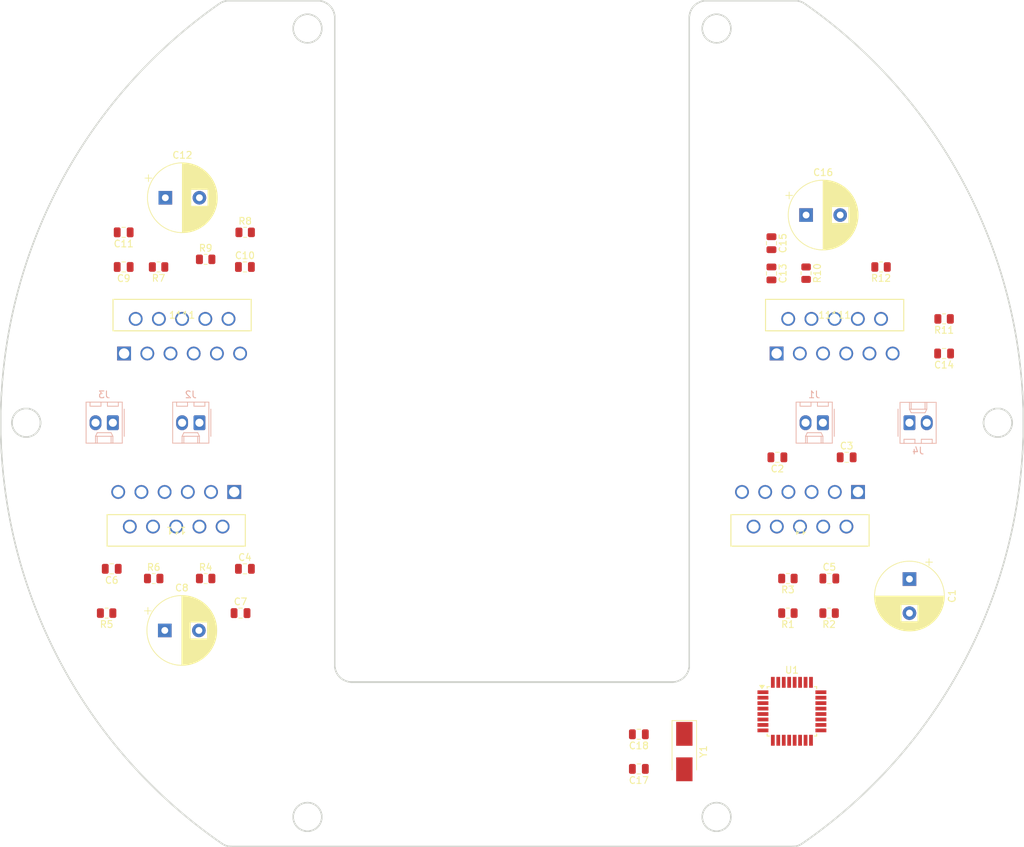
<source format=kicad_pcb>
(kicad_pcb (version 20221018) (generator pcbnew)
  (layers (0 "F.Cu" signal) (31 "B.Cu" signal) (34 "B.Paste" user) (35 "F.Paste" user) (36 "B.SilkS" user "B.Silkscreen") (37 "F.SilkS" user "F.Silkscreen") (38 "B.Mask" user) (39 "F.Mask" user) (44 "Edge.Cuts" user))
  (net 0 "")
  (net 5 "Net-(11-BS_2)")
  (net 6 "Net-(11-OUT_2)")
  (net 7 "Net-(11-I_SEN)")
  (net 8 "Earth")
  (net 9 "+12V")
  (net 10 "Net-(11-OUT_1)")
  (net 11 "Net-(11-BS_1)")
  (net 12 "Net-(111-BS_1)")
  (net 13 "Net-(111-OUT_1)")
  (net 17 "Net-(111-I_SEN)")
  (net 19 "Net-(111-OUT_2)")
  (net 20 "Net-(111-BS_2)")
  (net 21 "Net-(1111-BS_1)")
  (net 22 "Net-(1111-OUT_1)")
  (net 26 "Net-(1111-I_SEN)")
  (net 28 "Net-(1111-OUT_2)")
  (net 29 "Net-(1111-BS_2)")
  (net 30 "Net-(11111-BS_1)")
  (net 31 "Net-(11111-OUT_1)")
  (net 35 "Net-(11111-I_SEN)")
  (net 37 "Net-(11111-OUT_2)")
  (net 38 "Net-(11111-BS_2)")
  (net 41 "Net-(U1-GND-Pad21)")
  (net 42 "Net-(U1-VCC-Pad4)")
  (net 66 "Net-(U1-XTAL2{slash}PB7)")
  (net 67 "Net-(U1-XTAL1{slash}PB6)")
  (footprint "Capacitor_SMD:C_0805_2012Metric" (layer "F.Cu") (at 193.12 70.17 -90)
    (fp_text reference "C15" (at 0 -1.68 90) (layer "F.SilkS"))
    (fp_text value "1uF")
    (pad "1" smd roundrect (at -0.95 0 270) (size 1 1.45) (layers "F.Cu" "F.Paste" "F.Mask") (net 8 "Earth"))
    (pad "2" smd roundrect (at 0.95 0 270) (size 1 1.45) (layers "F.Cu" "F.Paste" "F.Mask") (net 9 "+12V"))
  )
  (footprint "Capacitor_SMD:C_0805_2012Metric" (layer "F.Cu") (at 218.44 86.36 180)
    (fp_text reference "C14" (at 0 -1.68) (layer "F.SilkS"))
    (fp_text value "10nF")
    (pad "1" smd roundrect (at -0.95 0 180) (size 1 1.45) (layers "F.Cu" "F.Paste" "F.Mask") (net 37 "Net-(11111-OUT_2)"))
    (pad "2" smd roundrect (at 0.95 0 180) (size 1 1.45) (layers "F.Cu" "F.Paste" "F.Mask") (net 38 "Net-(11111-BS_2)"))
  )
  (footprint "footprints:TA11B" (layer "F.Cu") (at 97.3074 117.9576 180)
    (fp_text reference "111" (at -8.509 5.6388 180 unlocked) (layer "F.SilkS"))
    (fp_text value "LMD18200T/LF14")
    (pad "1" thru_hole rect (at -17.018 11.2776 180) (size 2.032 2.032) (drill 1.524) (layers "*.Cu" "*.Mask") (net 12 "Net-(111-BS_1)"))
    (pad "2" thru_hole circle (at -15.3162 6.1976 180) (size 2.032 2.032) (drill 1.524) (layers "*.Cu" "*.Mask") (net 13 "Net-(111-OUT_1)"))
    (pad "3" thru_hole circle (at -13.6144 11.2776 180) (size 2.032 2.032) (drill 1.524) (layers "*.Cu" "*.Mask"))
    (pad "4" thru_hole circle (at -11.9126 6.1976 180) (size 2.032 2.032) (drill 1.524) (layers "*.Cu" "*.Mask"))
    (pad "5" thru_hole circle (at -10.2108 11.2776 180) (size 2.032 2.032) (drill 1.524) (layers "*.Cu" "*.Mask"))
    (pad "6" thru_hole circle (at -8.509 6.1976 180) (size 2.032 2.032) (drill 1.524) (layers "*.Cu" "*.Mask") (net 9 "+12V"))
    (pad "7" thru_hole circle (at -6.8072 11.2776 180) (size 2.032 2.032) (drill 1.524) (layers "*.Cu" "*.Mask") (net 8 "Earth"))
    (pad "8" thru_hole circle (at -5.1054 6.1976 180) (size 2.032 2.032) (drill 1.524) (layers "*.Cu" "*.Mask") (net 17 "Net-(111-I_SEN)"))
    (pad "9" thru_hole circle (at -3.4036 11.2776 180) (size 2.032 2.032) (drill 1.524) (layers "*.Cu" "*.Mask"))
    (pad "10" thru_hole circle (at -1.7018 6.1976 180) (size 2.032 2.032) (drill 1.524) (layers "*.Cu" "*.Mask") (net 19 "Net-(111-OUT_2)"))
    (pad "11" thru_hole circle (at 0 11.2776 180) (size 2.032 2.032) (drill 1.524) (layers "*.Cu" "*.Mask") (net 20 "Net-(111-BS_2)"))
  )
  (footprint "Resistor_SMD:R_0805_2012Metric" (layer "F.Cu") (at 198.2 74.5725 -90)
    (fp_text reference "R10" (at 0 -1.65 90) (layer "F.SilkS"))
    (fp_text value "12")
    (pad "1" smd roundrect (at -0.9125 0 270) (size 1.025 1.4) (layers "F.Cu" "F.Paste" "F.Mask") (roundrect_rratio 0.243902) (net 9 "+12V"))
    (pad "2" smd roundrect (at 0.9125 0 270) (size 1.025 1.4) (layers "F.Cu" "F.Paste" "F.Mask") (roundrect_rratio 0.243902) (net 31 "Net-(11111-OUT_1)"))
  )
  (footprint "Resistor_SMD:R_0805_2012Metric" (layer "F.Cu") (at 95.6075 124.46 180)
    (fp_text reference "R5" (at 0 -1.65) (layer "F.SilkS"))
    (fp_text value "12")
    (pad "1" smd roundrect (at -0.9125 0 180) (size 1.025 1.4) (layers "F.Cu" "F.Paste" "F.Mask") (roundrect_rratio 0.243902) (net 8 "Earth"))
    (pad "2" smd roundrect (at 0.9125 0 180) (size 1.025 1.4) (layers "F.Cu" "F.Paste" "F.Mask") (roundrect_rratio 0.243902) (net 19 "Net-(111-OUT_2)"))
  )
  (footprint "Capacitor_SMD:C_0805_2012Metric" (layer "F.Cu") (at 98.11 68.58 180)
    (fp_text reference "C11" (at 0 -1.68) (layer "F.SilkS"))
    (fp_text value "1uF")
    (pad "1" smd roundrect (at -0.95 0 180) (size 1 1.45) (layers "F.Cu" "F.Paste" "F.Mask") (net 8 "Earth"))
    (pad "2" smd roundrect (at 0.95 0 180) (size 1 1.45) (layers "F.Cu" "F.Paste" "F.Mask") (net 9 "+12V"))
  )
  (footprint "Capacitor_SMD:C_0805_2012Metric" (layer "F.Cu") (at 98.11 73.66 180)
    (fp_text reference "C9" (at 0 -1.68) (layer "F.SilkS"))
    (fp_text value "10nF")
    (pad "1" smd roundrect (at -0.95 0 180) (size 1 1.45) (layers "F.Cu" "F.Paste" "F.Mask") (net 22 "Net-(1111-OUT_1)"))
    (pad "2" smd roundrect (at 0.95 0 180) (size 1 1.45) (layers "F.Cu" "F.Paste" "F.Mask") (net 21 "Net-(1111-BS_1)"))
  )
  (footprint "Resistor_SMD:R_0805_2012Metric" (layer "F.Cu") (at 102.5125 119.38)
    (fp_text reference "R6" (at 0 -1.65) (layer "F.SilkS"))
    (fp_text value "2.7k")
    (pad "1" smd roundrect (at -0.9125 0) (size 1.025 1.4) (layers "F.Cu" "F.Paste" "F.Mask") (roundrect_rratio 0.243902) (net 8 "Earth"))
    (pad "2" smd roundrect (at 0.9125 0) (size 1.025 1.4) (layers "F.Cu" "F.Paste" "F.Mask") (roundrect_rratio 0.243902) (net 17 "Net-(111-I_SEN)"))
  )
  (footprint "Resistor_SMD:R_0805_2012Metric" (layer "F.Cu") (at 115.9275 68.58)
    (fp_text reference "R8" (at 0 -1.65) (layer "F.SilkS"))
    (fp_text value "12")
    (pad "1" smd roundrect (at -0.9125 0) (size 1.025 1.4) (layers "F.Cu" "F.Paste" "F.Mask") (roundrect_rratio 0.243902) (net 8 "Earth"))
    (pad "2" smd roundrect (at 0.9125 0) (size 1.025 1.4) (layers "F.Cu" "F.Paste" "F.Mask") (roundrect_rratio 0.243902) (net 28 "Net-(1111-OUT_2)"))
  )
  (footprint "Resistor_SMD:R_0805_2012Metric" (layer "F.Cu") (at 209.1925 73.66 180)
    (fp_text reference "R12" (at 0 -1.65) (layer "F.SilkS"))
    (fp_text value "2.7k")
    (pad "1" smd roundrect (at -0.9125 0 180) (size 1.025 1.4) (layers "F.Cu" "F.Paste" "F.Mask") (roundrect_rratio 0.243902) (net 8 "Earth"))
    (pad "2" smd roundrect (at 0.9125 0 180) (size 1.025 1.4) (layers "F.Cu" "F.Paste" "F.Mask") (roundrect_rratio 0.243902) (net 35 "Net-(11111-I_SEN)"))
  )
  (footprint "Capacitor_SMD:C_0805_2012Metric" (layer "F.Cu") (at 96.3574 117.9576 180)
    (fp_text reference "C6" (at 0 -1.68) (layer "F.SilkS"))
    (fp_text value "10nF")
    (pad "1" smd roundrect (at -0.95 0 180) (size 1 1.45) (layers "F.Cu" "F.Paste" "F.Mask") (net 19 "Net-(111-OUT_2)"))
    (pad "2" smd roundrect (at 0.95 0 180) (size 1 1.45) (layers "F.Cu" "F.Paste" "F.Mask") (net 20 "Net-(111-BS_2)"))
  )
  (footprint "Capacitor_SMD:C_0805_2012Metric" (layer "F.Cu") (at 173.67 147.32 180)
    (fp_text reference "C17" (at 0 -1.68) (layer "F.SilkS"))
    (fp_text value "22pF")
    (pad "1" smd roundrect (at -0.95 0 180) (size 1 1.45) (layers "F.Cu" "F.Paste" "F.Mask") (net 66 "Net-(U1-XTAL2{slash}PB7)"))
    (pad "2" smd roundrect (at 0.95 0 180) (size 1 1.45) (layers "F.Cu" "F.Paste" "F.Mask") (net 8 "Earth"))
  )
  (footprint "Resistor_SMD:R_0805_2012Metric" (layer "F.Cu") (at 195.5311 119.38 180)
    (fp_text reference "R3" (at 0 -1.65) (layer "F.SilkS"))
    (fp_text value "2.7k")
    (pad "1" smd roundrect (at -0.9125 0 180) (size 1.025 1.4) (layers "F.Cu" "F.Paste" "F.Mask") (roundrect_rratio 0.243902) (net 8 "Earth"))
    (pad "2" smd roundrect (at 0.9125 0 180) (size 1.025 1.4) (layers "F.Cu" "F.Paste" "F.Mask") (roundrect_rratio 0.243902) (net 7 "Net-(11-I_SEN)"))
  )
  (footprint "footprints:TA11B" (layer "F.Cu") (at 115.189 75.0824)
    (fp_text reference "1111" (at -8.509 5.6388 unlocked) (layer "F.SilkS"))
    (fp_text value "LMD18200T/LF14")
    (pad "1" thru_hole rect (at -17.018 11.2776) (size 2.032 2.032) (drill 1.524) (layers "*.Cu" "*.Mask") (net 21 "Net-(1111-BS_1)"))
    (pad "2" thru_hole circle (at -15.3162 6.1976) (size 2.032 2.032) (drill 1.524) (layers "*.Cu" "*.Mask") (net 22 "Net-(1111-OUT_1)"))
    (pad "3" thru_hole circle (at -13.6144 11.2776) (size 2.032 2.032) (drill 1.524) (layers "*.Cu" "*.Mask"))
    (pad "4" thru_hole circle (at -11.9126 6.1976) (size 2.032 2.032) (drill 1.524) (layers "*.Cu" "*.Mask"))
    (pad "5" thru_hole circle (at -10.2108 11.2776) (size 2.032 2.032) (drill 1.524) (layers "*.Cu" "*.Mask"))
    (pad "6" thru_hole circle (at -8.509 6.1976) (size 2.032 2.032) (drill 1.524) (layers "*.Cu" "*.Mask") (net 9 "+12V"))
    (pad "7" thru_hole circle (at -6.8072 11.2776) (size 2.032 2.032) (drill 1.524) (layers "*.Cu" "*.Mask") (net 8 "Earth"))
    (pad "8" thru_hole circle (at -5.1054 6.1976) (size 2.032 2.032) (drill 1.524) (layers "*.Cu" "*.Mask") (net 26 "Net-(1111-I_SEN)"))
    (pad "9" thru_hole circle (at -3.4036 11.2776) (size 2.032 2.032) (drill 1.524) (layers "*.Cu" "*.Mask"))
    (pad "10" thru_hole circle (at -1.7018 6.1976) (size 2.032 2.032) (drill 1.524) (layers "*.Cu" "*.Mask") (net 28 "Net-(1111-OUT_2)"))
    (pad "11" thru_hole circle (at 0 11.2776) (size 2.032 2.032) (drill 1.524) (layers "*.Cu" "*.Mask") (net 29 "Net-(1111-BS_2)"))
  )
  (footprint "Resistor_SMD:R_0805_2012Metric" (layer "F.Cu") (at 110.1325 72.5424)
    (fp_text reference "R9" (at 0 -1.65) (layer "F.SilkS"))
    (fp_text value "2.7k")
    (pad "1" smd roundrect (at -0.9125 0) (size 1.025 1.4) (layers "F.Cu" "F.Paste" "F.Mask") (roundrect_rratio 0.243902) (net 8 "Earth"))
    (pad "2" smd roundrect (at 0.9125 0) (size 1.025 1.4) (layers "F.Cu" "F.Paste" "F.Mask") (roundrect_rratio 0.243902) (net 26 "Net-(1111-I_SEN)"))
  )
  (footprint "footprints:TA11B" (layer "F.Cu") (at 188.7982 117.9576 180)
    (fp_text reference "11" (at -8.509 5.6388 180 unlocked) (layer "F.SilkS"))
    (fp_text value "LMD18200T/LF14")
    (pad "1" thru_hole rect (at -17.018 11.2776 180) (size 2.032 2.032) (drill 1.524) (layers "*.Cu" "*.Mask") (net 11 "Net-(11-BS_1)"))
    (pad "2" thru_hole circle (at -15.3162 6.1976 180) (size 2.032 2.032) (drill 1.524) (layers "*.Cu" "*.Mask") (net 10 "Net-(11-OUT_1)"))
    (pad "3" thru_hole circle (at -13.6144 11.2776 180) (size 2.032 2.032) (drill 1.524) (layers "*.Cu" "*.Mask"))
    (pad "4" thru_hole circle (at -11.9126 6.1976 180) (size 2.032 2.032) (drill 1.524) (layers "*.Cu" "*.Mask"))
    (pad "5" thru_hole circle (at -10.2108 11.2776 180) (size 2.032 2.032) (drill 1.524) (layers "*.Cu" "*.Mask"))
    (pad "6" thru_hole circle (at -8.509 6.1976 180) (size 2.032 2.032) (drill 1.524) (layers "*.Cu" "*.Mask") (net 9 "+12V"))
    (pad "7" thru_hole circle (at -6.8072 11.2776 180) (size 2.032 2.032) (drill 1.524) (layers "*.Cu" "*.Mask") (net 8 "Earth"))
    (pad "8" thru_hole circle (at -5.1054 6.1976 180) (size 2.032 2.032) (drill 1.524) (layers "*.Cu" "*.Mask") (net 7 "Net-(11-I_SEN)"))
    (pad "9" thru_hole circle (at -3.4036 11.2776 180) (size 2.032 2.032) (drill 1.524) (layers "*.Cu" "*.Mask"))
    (pad "10" thru_hole circle (at -1.7018 6.1976 180) (size 2.032 2.032) (drill 1.524) (layers "*.Cu" "*.Mask") (net 6 "Net-(11-OUT_2)"))
    (pad "11" thru_hole circle (at 0 11.2776 180) (size 2.032 2.032) (drill 1.524) (layers "*.Cu" "*.Mask") (net 5 "Net-(11-BS_2)"))
  )
  (footprint "Resistor_SMD:R_0805_2012Metric" (layer "F.Cu") (at 110.1325 119.38)
    (fp_text reference "R4" (at 0 -1.65) (layer "F.SilkS"))
    (fp_text value "12")
    (pad "1" smd roundrect (at -0.9125 0) (size 1.025 1.4) (layers "F.Cu" "F.Paste" "F.Mask") (roundrect_rratio 0.243902) (net 9 "+12V"))
    (pad "2" smd roundrect (at 0.9125 0) (size 1.025 1.4) (layers "F.Cu" "F.Paste" "F.Mask") (roundrect_rratio 0.243902) (net 13 "Net-(111-OUT_1)"))
  )
  (footprint "Crystal:Crystal_SMD_5032-2Pin_5.0x3.2mm_HandSoldering" (layer "F.Cu") (at 180.34 144.78 -90)
    (fp_text reference "Y1" (at 0 -2.8 90) (layer "F.SilkS"))
    (fp_text value "Crystal")
    (pad "1" smd rect (at -2.6 0 270) (size 3.5 2.4) (layers "F.Cu" "F.Paste" "F.Mask") (net 67 "Net-(U1-XTAL1{slash}PB6)"))
    (pad "2" smd rect (at 2.6 0 270) (size 3.5 2.4) (layers "F.Cu" "F.Paste" "F.Mask") (net 66 "Net-(U1-XTAL2{slash}PB7)"))
  )
  (footprint "Capacitor_THT:CP_Radial_D10.0mm_P5.00mm" (layer "F.Cu") (at 104.22 63.5)
    (fp_text reference "C12" (at 2.5 -6.25) (layer "F.SilkS"))
    (fp_text value "1200uF")
    (pad "1" thru_hole rect (at 0 0) (size 2 2) (drill 1) (layers "*.Cu" "*.Mask") (net 9 "+12V"))
    (pad "2" thru_hole circle (at 5 0) (size 2 2) (drill 1) (layers "*.Cu" "*.Mask") (net 8 "Earth"))
  )
  (footprint "Capacitor_SMD:C_0805_2012Metric" (layer "F.Cu") (at 193.99 101.6 180)
    (fp_text reference "C2" (at 0 -1.68) (layer "F.SilkS"))
    (fp_text value "10nF")
    (pad "1" smd roundrect (at -0.95 0 180) (size 1 1.45) (layers "F.Cu" "F.Paste" "F.Mask") (net 6 "Net-(11-OUT_2)"))
    (pad "2" smd roundrect (at 0.95 0 180) (size 1 1.45) (layers "F.Cu" "F.Paste" "F.Mask") (net 5 "Net-(11-BS_2)"))
  )
  (footprint "Capacitor_SMD:C_0805_2012Metric" (layer "F.Cu") (at 201.61 119.38)
    (fp_text reference "C5" (at 0 -1.68) (layer "F.SilkS"))
    (fp_text value "1uF")
    (pad "1" smd roundrect (at -0.95 0) (size 1 1.45) (layers "F.Cu" "F.Paste" "F.Mask") (net 8 "Earth"))
    (pad "2" smd roundrect (at 0.95 0) (size 1 1.45) (layers "F.Cu" "F.Paste" "F.Mask") (net 9 "+12V"))
  )
  (footprint "Capacitor_SMD:C_0805_2012Metric" (layer "F.Cu") (at 204.15 101.6)
    (fp_text reference "C3" (at 0 -1.68) (layer "F.SilkS"))
    (fp_text value "10nF")
    (pad "1" smd roundrect (at -0.95 0) (size 1 1.45) (layers "F.Cu" "F.Paste" "F.Mask") (net 10 "Net-(11-OUT_1)"))
    (pad "2" smd roundrect (at 0.95 0) (size 1 1.45) (layers "F.Cu" "F.Paste" "F.Mask") (net 11 "Net-(11-BS_1)"))
  )
  (footprint "Capacitor_THT:CP_Radial_D10.0mm_P5.00mm" (layer "F.Cu") (at 104.14 127)
    (fp_text reference "C8" (at 2.5 -6.25) (layer "F.SilkS"))
    (fp_text value "1200uF")
    (pad "1" thru_hole rect (at 0 0) (size 2 2) (drill 1) (layers "*.Cu" "*.Mask") (net 9 "+12V"))
    (pad "2" thru_hole circle (at 5 0) (size 2 2) (drill 1) (layers "*.Cu" "*.Mask") (net 8 "Earth"))
  )
  (footprint "Resistor_SMD:R_0805_2012Metric" (layer "F.Cu") (at 103.2275 73.66 180)
    (fp_text reference "R7" (at 0 -1.65) (layer "F.SilkS"))
    (fp_text value "12")
    (pad "1" smd roundrect (at -0.9125 0 180) (size 1.025 1.4) (layers "F.Cu" "F.Paste" "F.Mask") (roundrect_rratio 0.243902) (net 9 "+12V"))
    (pad "2" smd roundrect (at 0.9125 0 180) (size 1.025 1.4) (layers "F.Cu" "F.Paste" "F.Mask") (roundrect_rratio 0.243902) (net 22 "Net-(1111-OUT_1)"))
  )
  (footprint "Resistor_SMD:R_0805_2012Metric" (layer "F.Cu") (at 201.5725 124.46 180)
    (fp_text reference "R2" (at 0 -1.65) (layer "F.SilkS"))
    (fp_text value "12")
    (pad "1" smd roundrect (at -0.9125 0 180) (size 1.025 1.4) (layers "F.Cu" "F.Paste" "F.Mask") (roundrect_rratio 0.243902) (net 9 "+12V"))
    (pad "2" smd roundrect (at 0.9125 0 180) (size 1.025 1.4) (layers "F.Cu" "F.Paste" "F.Mask") (roundrect_rratio 0.243902) (net 10 "Net-(11-OUT_1)"))
  )
  (footprint "Capacitor_SMD:C_0805_2012Metric" (layer "F.Cu") (at 173.67 142.24 180)
    (fp_text reference "C18" (at 0 -1.68) (layer "F.SilkS"))
    (fp_text value "22pF")
    (pad "1" smd roundrect (at -0.95 0 180) (size 1 1.45) (layers "F.Cu" "F.Paste" "F.Mask") (net 67 "Net-(U1-XTAL1{slash}PB6)"))
    (pad "2" smd roundrect (at 0.95 0 180) (size 1 1.45) (layers "F.Cu" "F.Paste" "F.Mask") (net 8 "Earth"))
  )
  (footprint "Capacitor_THT:CP_Radial_D10.0mm_P5.00mm" (layer "F.Cu") (at 198.2 66.04)
    (fp_text reference "C16" (at 2.5 -6.25) (layer "F.SilkS"))
    (fp_text value "1200uF")
    (pad "1" thru_hole rect (at 0 0) (size 2 2) (drill 1) (layers "*.Cu" "*.Mask") (net 9 "+12V"))
    (pad "2" thru_hole circle (at 5 0) (size 2 2) (drill 1) (layers "*.Cu" "*.Mask") (net 8 "Earth"))
  )
  (footprint "Capacitor_SMD:C_0805_2012Metric" (layer "F.Cu") (at 193.12 74.61 -90)
    (fp_text reference "C13" (at 0 -1.68 90) (layer "F.SilkS"))
    (fp_text value "10nF")
    (pad "1" smd roundrect (at -0.95 0 270) (size 1 1.45) (layers "F.Cu" "F.Paste" "F.Mask") (net 31 "Net-(11111-OUT_1)"))
    (pad "2" smd roundrect (at 0.95 0 270) (size 1 1.45) (layers "F.Cu" "F.Paste" "F.Mask") (net 30 "Net-(11111-BS_1)"))
  )
  (footprint "Resistor_SMD:R_0805_2012Metric" (layer "F.Cu") (at 195.5311 124.46 180)
    (fp_text reference "R1" (at 0 -1.65) (layer "F.SilkS"))
    (fp_text value "12")
    (pad "1" smd roundrect (at -0.9125 0 180) (size 1.025 1.4) (layers "F.Cu" "F.Paste" "F.Mask") (roundrect_rratio 0.243902) (net 8 "Earth"))
    (pad "2" smd roundrect (at 0.9125 0 180) (size 1.025 1.4) (layers "F.Cu" "F.Paste" "F.Mask") (roundrect_rratio 0.243902) (net 6 "Net-(11-OUT_2)"))
  )
  (footprint "Capacitor_SMD:C_0805_2012Metric" (layer "F.Cu") (at 115.25 124.46)
    (fp_text reference "C7" (at 0 -1.68) (layer "F.SilkS"))
    (fp_text value "1uF")
    (pad "1" smd roundrect (at -0.95 0) (size 1 1.45) (layers "F.Cu" "F.Paste" "F.Mask") (net 8 "Earth"))
    (pad "2" smd roundrect (at 0.95 0) (size 1 1.45) (layers "F.Cu" "F.Paste" "F.Mask") (net 9 "+12V"))
  )
  (footprint "Resistor_SMD:R_0805_2012Metric" (layer "F.Cu") (at 218.44 81.28 180)
    (fp_text reference "R11" (at 0 -1.65) (layer "F.SilkS"))
    (fp_text value "12")
    (pad "1" smd roundrect (at -0.9125 0 180) (size 1.025 1.4) (layers "F.Cu" "F.Paste" "F.Mask") (roundrect_rratio 0.243902) (net 8 "Earth"))
    (pad "2" smd roundrect (at 0.9125 0 180) (size 1.025 1.4) (layers "F.Cu" "F.Paste" "F.Mask") (roundrect_rratio 0.243902) (net 37 "Net-(11111-OUT_2)"))
  )
  (footprint "Capacitor_SMD:C_0805_2012Metric" (layer "F.Cu") (at 115.89 117.9576)
    (fp_text reference "C4" (at 0 -1.68) (layer "F.SilkS"))
    (fp_text value "10nF")
    (pad "1" smd roundrect (at -0.95 0) (size 1 1.45) (layers "F.Cu" "F.Paste" "F.Mask") (net 13 "Net-(111-OUT_1)"))
    (pad "2" smd roundrect (at 0.95 0) (size 1 1.45) (layers "F.Cu" "F.Paste" "F.Mask") (net 12 "Net-(111-BS_1)"))
  )
  (footprint "Capacitor_THT:CP_Radial_D10.0mm_P5.00mm" (layer "F.Cu") (at 213.36 119.46 -90)
    (fp_text reference "C1" (at 2.5 -6.25 90) (layer "F.SilkS"))
    (fp_text value "1200uF")
    (pad "1" thru_hole rect (at 0 0 270) (size 2 2) (drill 1) (layers "*.Cu" "*.Mask") (net 9 "+12V"))
    (pad "2" thru_hole circle (at 5 0 270) (size 2 2) (drill 1) (layers "*.Cu" "*.Mask") (net 8 "Earth"))
  )
  (footprint "footprints:TA11B" (layer "F.Cu") (at 210.8962 75.0824)
    (fp_text reference "11111" (at -8.509 5.6388 unlocked) (layer "F.SilkS"))
    (fp_text value "LMD18200T/LF14")
    (pad "1" thru_hole rect (at -17.018 11.2776) (size 2.032 2.032) (drill 1.524) (layers "*.Cu" "*.Mask") (net 30 "Net-(11111-BS_1)"))
    (pad "2" thru_hole circle (at -15.3162 6.1976) (size 2.032 2.032) (drill 1.524) (layers "*.Cu" "*.Mask") (net 31 "Net-(11111-OUT_1)"))
    (pad "3" thru_hole circle (at -13.6144 11.2776) (size 2.032 2.032) (drill 1.524) (layers "*.Cu" "*.Mask"))
    (pad "4" thru_hole circle (at -11.9126 6.1976) (size 2.032 2.032) (drill 1.524) (layers "*.Cu" "*.Mask"))
    (pad "5" thru_hole circle (at -10.2108 11.2776) (size 2.032 2.032) (drill 1.524) (layers "*.Cu" "*.Mask"))
    (pad "6" thru_hole circle (at -8.509 6.1976) (size 2.032 2.032) (drill 1.524) (layers "*.Cu" "*.Mask") (net 9 "+12V"))
    (pad "7" thru_hole circle (at -6.8072 11.2776) (size 2.032 2.032) (drill 1.524) (layers "*.Cu" "*.Mask") (net 8 "Earth"))
    (pad "8" thru_hole circle (at -5.1054 6.1976) (size 2.032 2.032) (drill 1.524) (layers "*.Cu" "*.Mask") (net 35 "Net-(11111-I_SEN)"))
    (pad "9" thru_hole circle (at -3.4036 11.2776) (size 2.032 2.032) (drill 1.524) (layers "*.Cu" "*.Mask"))
    (pad "10" thru_hole circle (at -1.7018 6.1976) (size 2.032 2.032) (drill 1.524) (layers "*.Cu" "*.Mask") (net 37 "Net-(11111-OUT_2)"))
    (pad "11" thru_hole circle (at 0 11.2776) (size 2.032 2.032) (drill 1.524) (layers "*.Cu" "*.Mask") (net 38 "Net-(11111-BS_2)"))
  )
  (footprint "Package_QFP:TQFP-32_7x7mm_P0.8mm" (layer "F.Cu") (at 196.12 138.87)
    (fp_text reference "U1" (at 0 -6.05) (layer "F.SilkS"))
    (fp_text value "ATmega328P-A")
    (pad "1" smd rect (at -4.25 -2.8) (size 1.6 0.55) (layers "F.Cu" "F.Paste" "F.Mask"))
    (pad "2" smd rect (at -4.25 -2) (size 1.6 0.55) (layers "F.Cu" "F.Paste" "F.Mask"))
    (pad "3" smd rect (at -4.25 -1.2) (size 1.6 0.55) (layers "F.Cu" "F.Paste" "F.Mask") (net 41 "Net-(U1-GND-Pad21)"))
    (pad "4" smd rect (at -4.25 -0.4) (size 1.6 0.55) (layers "F.Cu" "F.Paste" "F.Mask") (net 42 "Net-(U1-VCC-Pad4)"))
    (pad "5" smd rect (at -4.25 0.4) (size 1.6 0.55) (layers "F.Cu" "F.Paste" "F.Mask") (net 41 "Net-(U1-GND-Pad21)"))
    (pad "6" smd rect (at -4.25 1.2) (size 1.6 0.55) (layers "F.Cu" "F.Paste" "F.Mask") (net 42 "Net-(U1-VCC-Pad4)"))
    (pad "7" smd rect (at -4.25 2) (size 1.6 0.55) (layers "F.Cu" "F.Paste" "F.Mask") (net 67 "Net-(U1-XTAL1{slash}PB6)"))
    (pad "8" smd rect (at -4.25 2.8) (size 1.6 0.55) (layers "F.Cu" "F.Paste" "F.Mask") (net 66 "Net-(U1-XTAL2{slash}PB7)"))
    (pad "9" smd rect (at -2.8 4.25 90) (size 1.6 0.55) (layers "F.Cu" "F.Paste" "F.Mask"))
    (pad "10" smd rect (at -2 4.25 90) (size 1.6 0.55) (layers "F.Cu" "F.Paste" "F.Mask"))
    (pad "11" smd rect (at -1.2 4.25 90) (size 1.6 0.55) (layers "F.Cu" "F.Paste" "F.Mask"))
    (pad "12" smd rect (at -0.4 4.25 90) (size 1.6 0.55) (layers "F.Cu" "F.Paste" "F.Mask"))
    (pad "13" smd rect (at 0.4 4.25 90) (size 1.6 0.55) (layers "F.Cu" "F.Paste" "F.Mask"))
    (pad "14" smd rect (at 1.2 4.25 90) (size 1.6 0.55) (layers "F.Cu" "F.Paste" "F.Mask"))
    (pad "15" smd rect (at 2 4.25 90) (size 1.6 0.55) (layers "F.Cu" "F.Paste" "F.Mask"))
    (pad "16" smd rect (at 2.8 4.25 90) (size 1.6 0.55) (layers "F.Cu" "F.Paste" "F.Mask"))
    (pad "17" smd rect (at 4.25 2.8) (size 1.6 0.55) (layers "F.Cu" "F.Paste" "F.Mask"))
    (pad "18" smd rect (at 4.25 2) (size 1.6 0.55) (layers "F.Cu" "F.Paste" "F.Mask"))
    (pad "19" smd rect (at 4.25 1.2) (size 1.6 0.55) (layers "F.Cu" "F.Paste" "F.Mask"))
    (pad "20" smd rect (at 4.25 0.4) (size 1.6 0.55) (layers "F.Cu" "F.Paste" "F.Mask"))
    (pad "21" smd rect (at 4.25 -0.4) (size 1.6 0.55) (layers "F.Cu" "F.Paste" "F.Mask") (net 41 "Net-(U1-GND-Pad21)"))
    (pad "22" smd rect (at 4.25 -1.2) (size 1.6 0.55) (layers "F.Cu" "F.Paste" "F.Mask"))
    (pad "23" smd rect (at 4.25 -2) (size 1.6 0.55) (layers "F.Cu" "F.Paste" "F.Mask"))
    (pad "24" smd rect (at 4.25 -2.8) (size 1.6 0.55) (layers "F.Cu" "F.Paste" "F.Mask"))
    (pad "25" smd rect (at 2.8 -4.25 90) (size 1.6 0.55) (layers "F.Cu" "F.Paste" "F.Mask"))
    (pad "26" smd rect (at 2 -4.25 90) (size 1.6 0.55) (layers "F.Cu" "F.Paste" "F.Mask"))
    (pad "27" smd rect (at 1.2 -4.25 90) (size 1.6 0.55) (layers "F.Cu" "F.Paste" "F.Mask"))
    (pad "28" smd rect (at 0.4 -4.25 90) (size 1.6 0.55) (layers "F.Cu" "F.Paste" "F.Mask"))
    (pad "29" smd rect (at -0.4 -4.25 90) (size 1.6 0.55) (layers "F.Cu" "F.Paste" "F.Mask"))
    (pad "30" smd rect (at -1.2 -4.25 90) (size 1.6 0.55) (layers "F.Cu" "F.Paste" "F.Mask"))
    (pad "31" smd rect (at -2 -4.25 90) (size 1.6 0.55) (layers "F.Cu" "F.Paste" "F.Mask"))
    (pad "32" smd rect (at -2.8 -4.25 90) (size 1.6 0.55) (layers "F.Cu" "F.Paste" "F.Mask"))
  )
  (footprint "Capacitor_SMD:C_0805_2012Metric" (layer "F.Cu") (at 115.89 73.66)
    (fp_text reference "C10" (at 0 -1.68) (layer "F.SilkS"))
    (fp_text value "10nF")
    (pad "1" smd roundrect (at -0.95 0) (size 1 1.45) (layers "F.Cu" "F.Paste" "F.Mask") (net 28 "Net-(1111-OUT_2)"))
    (pad "2" smd roundrect (at 0.95 0) (size 1 1.45) (layers "F.Cu" "F.Paste" "F.Mask") (net 29 "Net-(1111-BS_2)"))
  )
  (footprint "Connector_Molex:Molex_KK-254_AE-6410-02A_1x02_P2.54mm_Vertical" (layer "B.Cu") (at 200.66 96.52 180)
    (fp_text reference "J1" (at 1.27 4.12) (layer "B.SilkS") (effects (justify mirror)))
    (fp_text value "M1")
    (pad "1" thru_hole roundrect (at 0 0 180) (size 1.74 2.19) (drill 1.19) (layers "*.Cu" "*.Mask") (roundrect_rratio 0.143678) (net 10 "Net-(11-OUT_1)"))
    (pad "2" thru_hole oval (at 2.54 0 180) (size 1.74 2.19) (drill 1.19) (layers "*.Cu" "*.Mask") (net 6 "Net-(11-OUT_2)"))
  )
  (footprint "Connector_Molex:Molex_KK-254_AE-6410-02A_1x02_P2.54mm_Vertical" (layer "B.Cu") (at 96.52 96.52 180)
    (fp_text reference "J3" (at 1.27 4.12) (layer "B.SilkS") (effects (justify mirror)))
    (fp_text value "M3")
    (pad "1" thru_hole roundrect (at 0 0 180) (size 1.74 2.19) (drill 1.19) (layers "*.Cu" "*.Mask") (roundrect_rratio 0.143678) (net 22 "Net-(1111-OUT_1)"))
    (pad "2" thru_hole oval (at 2.54 0 180) (size 1.74 2.19) (drill 1.19) (layers "*.Cu" "*.Mask") (net 28 "Net-(1111-OUT_2)"))
  )
  (footprint "Connector_Molex:Molex_KK-254_AE-6410-02A_1x02_P2.54mm_Vertical" (layer "B.Cu") (at 109.22 96.52 180)
    (fp_text reference "J2" (at 1.27 4.12) (layer "B.SilkS") (effects (justify mirror)))
    (fp_text value "M2")
    (pad "1" thru_hole roundrect (at 0 0 180) (size 1.74 2.19) (drill 1.19) (layers "*.Cu" "*.Mask") (roundrect_rratio 0.143678) (net 13 "Net-(111-OUT_1)"))
    (pad "2" thru_hole oval (at 2.54 0 180) (size 1.74 2.19) (drill 1.19) (layers "*.Cu" "*.Mask") (net 19 "Net-(111-OUT_2)"))
  )
  (footprint "Connector_Molex:Molex_KK-254_AE-6410-02A_1x02_P2.54mm_Vertical" (layer "B.Cu") (at 213.36 96.52)
    (fp_text reference "J4" (at 1.27 4.12) (layer "B.SilkS") (effects (justify mirror)))
    (fp_text value "M4")
    (pad "1" thru_hole roundrect (at 0 0) (size 1.74 2.19) (drill 1.19) (layers "*.Cu" "*.Mask") (roundrect_rratio 0.143678) (net 31 "Net-(11111-OUT_1)"))
    (pad "2" thru_hole oval (at 2.54 0) (size 1.74 2.19) (drill 1.19) (layers "*.Cu" "*.Mask") (net 37 "Net-(11111-OUT_2)"))
  )
  (gr_circle (center 226.32 96.52) (end 228.42 96.52) (stroke (width 0.2)) (fill none) (layer "Edge.Cuts"))
  (gr_line (start 129.07 37.0801) (end 129.07 132.0801) (stroke (width 0.2)) (layer "Edge.Cuts"))
  (gr_circle (center 125.07 38.6701) (end 127.17 38.6701) (stroke (width 0.2)) (fill none) (layer "Edge.Cuts"))
  (gr_line (start 181.07 37.0801) (end 181.07 132.0801) (stroke (width 0.2)) (layer "Edge.Cuts"))
  (gr_circle (center 125.07 154.37) (end 127.17 154.37) (stroke (width 0.2)) (fill none) (layer "Edge.Cuts"))
  (gr_arc (start 126.57 34.5801) (mid 128.337767 35.312333) (end 129.07 37.0801) (stroke (width 0.2)) (layer "Edge.Cuts"))
  (gr_line (start 131.57 134.5801) (end 178.57 134.5801) (stroke (width 0.2)) (layer "Edge.Cuts"))
  (gr_arc (start 126.57 34.5801) (mid 128.337767 35.312333) (end 129.07 37.0801) (stroke (width 0.2)) (layer "Edge.Cuts"))
  (gr_arc (start 181.07 37.0801) (mid 181.802233 35.312333) (end 183.57 34.5801) (stroke (width 0.2)) (layer "Edge.Cuts"))
  (gr_circle (center 185.07 38.6701) (end 187.17 38.6701) (stroke (width 0.2)) (fill none) (layer "Edge.Cuts"))
  (gr_arc (start 131.57 134.5801) (mid 129.802233 133.847867) (end 129.07 132.0801) (stroke (width 0.2)) (layer "Edge.Cuts"))
  (gr_arc (start 113.9341 158.72) (mid 113.191309 158.607103) (end 112.515604 158.278609) (stroke (width 0.2)) (layer "Edge.Cuts"))
  (gr_line (start 129.07 37.0801) (end 129.07 132.0801) (stroke (width 0.2)) (layer "Edge.Cuts"))
  (gr_arc (start 112.127798 35.030445) (mid 112.808913 34.695342) (end 113.5592 34.5801) (stroke (width 0.2)) (layer "Edge.Cuts"))
  (gr_line (start 181.07 37.0801) (end 181.07 132.0801) (stroke (width 0.2)) (layer "Edge.Cuts"))
  (gr_circle (center 226.32 96.52) (end 228.42 96.52) (stroke (width 0.2)) (fill none) (layer "Edge.Cuts"))
  (gr_circle (center 226.32 96.52) (end 228.42 96.52) (stroke (width 0.2)) (fill none) (layer "Edge.Cuts"))
  (gr_arc (start 131.57 134.5801) (mid 129.802233 133.847867) (end 129.07 132.0801) (stroke (width 0.2)) (layer "Edge.Cuts"))
  (gr_circle (center 185.07 38.6701) (end 187.17 38.6701) (stroke (width 0.2)) (fill none) (layer "Edge.Cuts"))
  (gr_arc (start 113.9341 158.72) (mid 113.191309 158.607103) (end 112.515604 158.278609) (stroke (width 0.2)) (layer "Edge.Cuts"))
  (gr_line (start 181.07 37.0801) (end 181.07 132.0801) (stroke (width 0.2)) (layer "Edge.Cuts"))
  (gr_line (start 129.07 37.0801) (end 129.07 132.0801) (stroke (width 0.2)) (layer "Edge.Cuts"))
  (gr_arc (start 181.07 132.0801) (mid 180.337767 133.847867) (end 178.57 134.5801) (stroke (width 0.2)) (layer "Edge.Cuts"))
  (gr_arc (start 198.012176 35.030411) (mid 230.069629 96.756011) (end 197.624334 158.278632) (stroke (width 0.2)) (layer "Edge.Cuts"))
  (gr_circle (center 185.07 154.37) (end 187.17 154.37) (stroke (width 0.2)) (fill none) (layer "Edge.Cuts"))
  (gr_circle (center 125.07 38.6701) (end 127.17 38.6701) (stroke (width 0.2)) (fill none) (layer "Edge.Cuts"))
  (gr_arc (start 112.127798 35.030445) (mid 112.808913 34.695342) (end 113.5592 34.5801) (stroke (width 0.2)) (layer "Edge.Cuts"))
  (gr_line (start 113.5592 34.5801) (end 126.57 34.5801) (stroke (width 0.2)) (layer "Edge.Cuts"))
  (gr_line (start 113.5592 34.5801) (end 126.57 34.5801) (stroke (width 0.2)) (layer "Edge.Cuts"))
  (gr_arc (start 196.5808 34.5801) (mid 197.331089 34.695343) (end 198.012206 35.030447) (stroke (width 0.2)) (layer "Edge.Cuts"))
  (gr_circle (center 83.82 96.52) (end 85.92 96.52) (stroke (width 0.2)) (fill none) (layer "Edge.Cuts"))
  (gr_arc (start 112.515127 158.278261) (mid 80.07037 96.755619) (end 112.127931 35.030336) (stroke (width 0.2)) (layer "Edge.Cuts"))
  (gr_arc (start 181.07 37.0801) (mid 181.802233 35.312333) (end 183.57 34.5801) (stroke (width 0.2)) (layer "Edge.Cuts"))
  (gr_arc (start 181.07 132.0801) (mid 180.337767 133.847867) (end 178.57 134.5801) (stroke (width 0.2)) (layer "Edge.Cuts"))
  (gr_line (start 183.57 34.5801) (end 196.5808 34.5801) (stroke (width 0.2)) (layer "Edge.Cuts"))
  (gr_arc (start 131.57 134.5801) (mid 129.802233 133.847867) (end 129.07 132.0801) (stroke (width 0.2)) (layer "Edge.Cuts"))
  (gr_line (start 113.5592 34.5801) (end 126.57 34.5801) (stroke (width 0.2)) (layer "Edge.Cuts"))
  (gr_arc (start 112.515127 158.278261) (mid 80.07037 96.755619) (end 112.127931 35.030336) (stroke (width 0.2)) (layer "Edge.Cuts"))
  (gr_line (start 113.9341 158.72) (end 196.2059 158.72) (stroke (width 0.2)) (layer "Edge.Cuts"))
  (gr_line (start 113.5592 34.5801) (end 126.57 34.5801) (stroke (width 0.2)) (layer "Edge.Cuts"))
  (gr_line (start 183.57 34.5801) (end 196.5808 34.5801) (stroke (width 0.2)) (layer "Edge.Cuts"))
  (gr_arc (start 113.9341 158.72) (mid 113.191309 158.607103) (end 112.515604 158.278609) (stroke (width 0.2)) (layer "Edge.Cuts"))
  (gr_arc (start 113.9341 158.72) (mid 113.191309 158.607103) (end 112.515604 158.278609) (stroke (width 0.2)) (layer "Edge.Cuts"))
  (gr_circle (center 125.07 38.6701) (end 127.17 38.6701) (stroke (width 0.2)) (fill none) (layer "Edge.Cuts"))
  (gr_arc (start 126.57 34.5801) (mid 128.337767 35.312333) (end 129.07 37.0801) (stroke (width 0.2)) (layer "Edge.Cuts"))
  (gr_arc (start 112.127798 35.030445) (mid 112.808913 34.695342) (end 113.5592 34.5801) (stroke (width 0.2)) (layer "Edge.Cuts"))
  (gr_circle (center 83.82 96.52) (end 85.92 96.52) (stroke (width 0.2)) (fill none) (layer "Edge.Cuts"))
  (gr_arc (start 181.07 132.0801) (mid 180.337767 133.847867) (end 178.57 134.5801) (stroke (width 0.2)) (layer "Edge.Cuts"))
  (gr_circle (center 83.82 96.52) (end 85.92 96.52) (stroke (width 0.2)) (fill none) (layer "Edge.Cuts"))
  (gr_arc (start 181.07 37.0801) (mid 181.802233 35.312333) (end 183.57 34.5801) (stroke (width 0.2)) (layer "Edge.Cuts"))
  (gr_circle (center 185.07 154.37) (end 187.17 154.37) (stroke (width 0.2)) (fill none) (layer "Edge.Cuts"))
  (gr_arc (start 181.07 37.0801) (mid 181.802233 35.312333) (end 183.57 34.5801) (stroke (width 0.2)) (layer "Edge.Cuts"))
  (gr_line (start 113.9341 158.72) (end 196.2059 158.72) (stroke (width 0.2)) (layer "Edge.Cuts"))
  (gr_arc (start 112.515127 158.278261) (mid 80.07037 96.755619) (end 112.127931 35.030336) (stroke (width 0.2)) (layer "Edge.Cuts"))
  (gr_line (start 113.9341 158.72) (end 196.2059 158.72) (stroke (width 0.2)) (layer "Edge.Cuts"))
  (gr_circle (center 125.07 38.6701) (end 127.17 38.6701) (stroke (width 0.2)) (fill none) (layer "Edge.Cuts"))
  (gr_line (start 183.57 34.5801) (end 196.5808 34.5801) (stroke (width 0.2)) (layer "Edge.Cuts"))
  (gr_circle (center 125.07 154.37) (end 127.17 154.37) (stroke (width 0.2)) (fill none) (layer "Edge.Cuts"))
  (gr_arc (start 112.515127 158.278261) (mid 80.07037 96.755619) (end 112.127931 35.030336) (stroke (width 0.2)) (layer "Edge.Cuts"))
  (gr_arc (start 197.624378 158.278621) (mid 196.948681 158.607106) (end 196.2059 158.72) (stroke (width 0.2)) (layer "Edge.Cuts"))
  (gr_line (start 181.07 37.0801) (end 181.07 132.0801) (stroke (width 0.2)) (layer "Edge.Cuts"))
  (gr_arc (start 196.5808 34.5801) (mid 197.331089 34.695343) (end 198.012206 35.030447) (stroke (width 0.2)) (layer "Edge.Cuts"))
  (gr_arc (start 198.012176 35.030411) (mid 230.069629 96.756011) (end 197.624334 158.278632) (stroke (width 0.2)) (layer "Edge.Cuts"))
  (gr_arc (start 196.5808 34.5801) (mid 197.331089 34.695343) (end 198.012206 35.030447) (stroke (width 0.2)) (layer "Edge.Cuts"))
  (gr_arc (start 181.07 132.0801) (mid 180.337767 133.847867) (end 178.57 134.5801) (stroke (width 0.2)) (layer "Edge.Cuts"))
  (gr_arc (start 198.012176 35.030411) (mid 230.069629 96.756011) (end 197.624334 158.278632) (stroke (width 0.2)) (layer "Edge.Cuts"))
  (gr_line (start 183.57 34.5801) (end 196.5808 34.5801) (stroke (width 0.2)) (layer "Edge.Cuts"))
  (gr_circle (center 125.07 154.37) (end 127.17 154.37) (stroke (width 0.2)) (fill none) (layer "Edge.Cuts"))
  (gr_arc (start 131.57 134.5801) (mid 129.802233 133.847867) (end 129.07 132.0801) (stroke (width 0.2)) (layer "Edge.Cuts"))
  (gr_arc (start 198.012176 35.030411) (mid 230.069629 96.756011) (end 197.624334 158.278632) (stroke (width 0.2)) (layer "Edge.Cuts"))
  (gr_line (start 131.57 134.5801) (end 178.57 134.5801) (stroke (width 0.2)) (layer "Edge.Cuts"))
  (gr_line (start 131.57 134.5801) (end 178.57 134.5801) (stroke (width 0.2)) (layer "Edge.Cuts"))
  (gr_arc (start 196.5808 34.5801) (mid 197.331089 34.695343) (end 198.012206 35.030447) (stroke (width 0.2)) (layer "Edge.Cuts"))
  (gr_arc (start 197.624378 158.278621) (mid 196.948681 158.607106) (end 196.2059 158.72) (stroke (width 0.2)) (layer "Edge.Cuts"))
  (gr_arc (start 197.624378 158.278621) (mid 196.948681 158.607106) (end 196.2059 158.72) (stroke (width 0.2)) (layer "Edge.Cuts"))
  (gr_arc (start 197.624378 158.278621) (mid 196.948681 158.607106) (end 196.2059 158.72) (stroke (width 0.2)) (layer "Edge.Cuts"))
  (gr_arc (start 112.127798 35.030445) (mid 112.808913 34.695342) (end 113.5592 34.5801) (stroke (width 0.2)) (layer "Edge.Cuts"))
  (gr_arc (start 126.57 34.5801) (mid 128.337767 35.312333) (end 129.07 37.0801) (stroke (width 0.2)) (layer "Edge.Cuts"))
  (gr_line (start 129.07 37.0801) (end 129.07 132.0801) (stroke (width 0.2)) (layer "Edge.Cuts"))
  (gr_line (start 113.9341 158.72) (end 196.2059 158.72) (stroke (width 0.2)) (layer "Edge.Cuts"))
  (gr_circle (center 185.07 38.6701) (end 187.17 38.6701) (stroke (width 0.2)) (fill none) (layer "Edge.Cuts"))
  (gr_circle (center 83.82 96.52) (end 85.92 96.52) (stroke (width 0.2)) (fill none) (layer "Edge.Cuts"))
  (gr_circle (center 226.32 96.52) (end 228.42 96.52) (stroke (width 0.2)) (fill none) (layer "Edge.Cuts"))
  (gr_circle (center 185.07 154.37) (end 187.17 154.37) (stroke (width 0.2)) (fill none) (layer "Edge.Cuts"))
  (gr_circle (center 185.07 38.6701) (end 187.17 38.6701) (stroke (width 0.2)) (fill none) (layer "Edge.Cuts"))
  (gr_circle (center 185.07 154.37) (end 187.17 154.37) (stroke (width 0.2)) (fill none) (layer "Edge.Cuts"))
  (gr_line (start 131.57 134.5801) (end 178.57 134.5801) (stroke (width 0.2)) (layer "Edge.Cuts"))
  (gr_circle (center 125.07 154.37) (end 127.17 154.37) (stroke (width 0.2)) (fill none) (layer "Edge.Cuts"))
)
</source>
